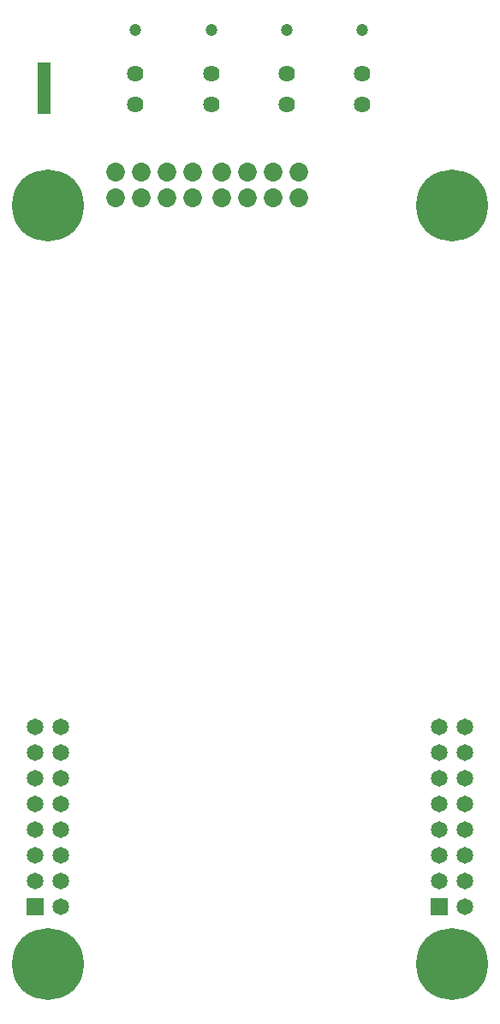
<source format=gbs>
G04*
G04 #@! TF.GenerationSoftware,Altium Limited,Altium Designer,21.4.1 (30)*
G04*
G04 Layer_Color=16711935*
%FSLAX25Y25*%
%MOIN*%
G70*
G04*
G04 #@! TF.SameCoordinates,7EEB5CCF-43E0-40BE-B5BA-AD8CC80F1960*
G04*
G04*
G04 #@! TF.FilePolarity,Negative*
G04*
G01*
G75*
%ADD31C,0.07290*%
%ADD32C,0.06502*%
%ADD33R,0.06502X0.06502*%
%ADD34C,0.04737*%
%ADD35C,0.06400*%
%ADD36C,0.27959*%
G36*
X20731Y370500D02*
Y350500D01*
X15731D01*
Y370500D01*
X20731D01*
D02*
G37*
D31*
X107362Y327835D02*
D03*
Y317835D02*
D03*
X97362D02*
D03*
Y327835D02*
D03*
X87362Y317835D02*
D03*
Y327835D02*
D03*
X117362D02*
D03*
Y317835D02*
D03*
X66024Y327835D02*
D03*
Y317835D02*
D03*
X56024D02*
D03*
Y327835D02*
D03*
X46024Y317835D02*
D03*
Y327835D02*
D03*
X76024D02*
D03*
Y317835D02*
D03*
D32*
X172165Y51929D02*
D03*
Y61929D02*
D03*
Y71929D02*
D03*
Y81929D02*
D03*
Y91929D02*
D03*
Y101929D02*
D03*
Y111929D02*
D03*
X182165Y41929D02*
D03*
Y51929D02*
D03*
Y61929D02*
D03*
Y71929D02*
D03*
Y81929D02*
D03*
Y91929D02*
D03*
Y101929D02*
D03*
Y111929D02*
D03*
X14685Y51929D02*
D03*
Y61929D02*
D03*
Y71929D02*
D03*
Y81929D02*
D03*
Y91929D02*
D03*
Y101929D02*
D03*
Y111929D02*
D03*
X24685Y41929D02*
D03*
Y51929D02*
D03*
Y61929D02*
D03*
Y71929D02*
D03*
Y81929D02*
D03*
Y91929D02*
D03*
Y101929D02*
D03*
Y111929D02*
D03*
D33*
X172165Y41929D02*
D03*
X14685D02*
D03*
D34*
X112644Y383100D02*
D03*
X83243D02*
D03*
X53842D02*
D03*
X142045D02*
D03*
D35*
X112644Y366100D02*
D03*
Y354301D02*
D03*
X83243Y366100D02*
D03*
Y354301D02*
D03*
X53842Y366100D02*
D03*
Y354301D02*
D03*
X142045Y366100D02*
D03*
Y354301D02*
D03*
D36*
X19685Y314961D02*
D03*
X177165D02*
D03*
X19685Y19685D02*
D03*
X177165D02*
D03*
M02*

</source>
